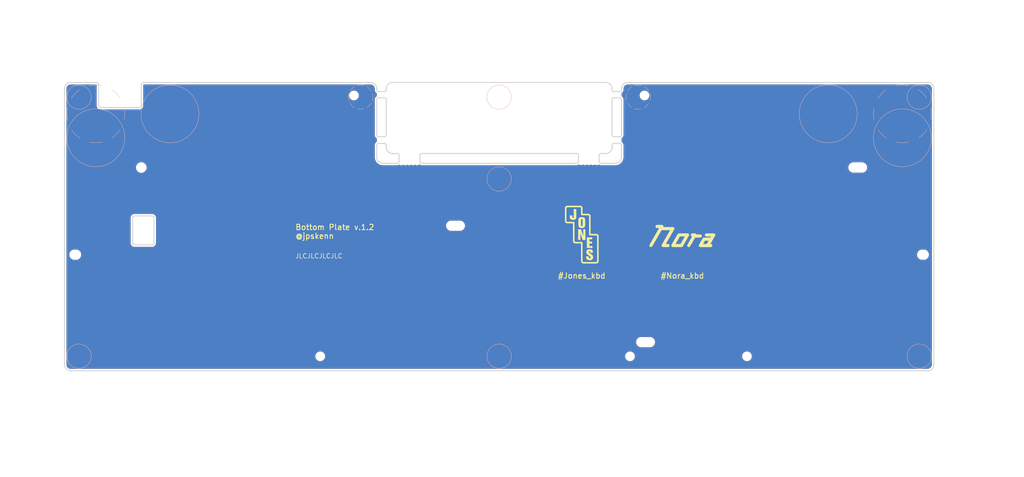
<source format=kicad_pcb>
(kicad_pcb (version 20211014) (generator pcbnew)
  (title_block (title "#Jones_kbs Bottom Plate") (date "2021-08-02") (rev "v.1 (042)") (company "@jpskenn"))
  (layers (0 "F.Cu" signal) (31 "B.Cu" signal) (34 "B.Paste" user) (35 "F.Paste" user) (36 "B.SilkS" user "B.Silkscreen") (37 "F.SilkS" user "F.Silkscreen") (38 "B.Mask" user) (39 "F.Mask" user) (44 "Edge.Cuts" user))
  (net 0 "")
  (footprint "locallib:60_Outline_Nora_with_PICO_" (layer "F.Cu") (at 157.92496 64.3746)
    (fp_text reference "REF**" hide)
    (fp_text value "60_Outline" hide)
    (fp_line (start -40.13 -44.9) (end -40.125 -45.3) (layer "Edge.Cuts") (width 0.3))
    (fp_line (start 39.52 -27.3) (end 37.6 -27.3) (layer "Edge.Cuts") (width 0.3))
    (fp_line (start 25.4 -20.8) (end -25.4 -20.8) (layer "Edge.Cuts") (width 0.3))
    (fp_line (start 39.52 -44.3) (end 37.6 -44.3) (layer "Edge.Cuts") (width 0.3))
    (fp_line (start -37 -30.1) (end -37 -41.7) (layer "Edge.Cuts") (width 0.3))
    (fp_line (start -117.3 -39.7) (end -117.3 -46.7) (layer "Edge.Cuts") (width 0.3))
    (fp_line (start 33.4 -20.8) (end 38.125 -20.8) (layer "Edge.Cuts") (width 0.3))
    (fp_line (start -130.7 -39.1) (end -117.9 -39.1) (layer "Edge.Cuts") (width 0.3))
    (fp_line (start -26 -21.4) (end -26 -23.4) (layer "Edge.Cuts") (width 0.3))
    (fp_line (start 39.52 -42.3) (end 37.6 -42.3) (layer "Edge.Cuts") (width 0.3))
    (fp_line (start -131.3 -39.7) (end -131.3 -46.7) (layer "Edge.Cuts") (width 0.3))
    (fp_line (start -37.6 -42.3) (end -39.53 -42.3) (layer "Edge.Cuts") (width 0.3))
    (fp_line (start -35 -24) (end -33.4 -24) (layer "Edge.Cuts") (width 0.3))
    (fp_line (start 32.8 -21.4) (end 32.8 -23.4) (layer "Edge.Cuts") (width 0.3))
    (fp_line (start -37.005 -26) (end -37 -26.7) (layer "Edge.Cuts") (width 0.3))
    (fp_line (start -113.75 -3.52) (end -119.55 -3.52) (layer "Edge.Cuts") (width 0.3))
    (fp_line (start -142.5 45.3) (end -142.5 11) (layer "Edge.Cuts") (width 0.3))
    (fp_line (start 39.52 -29.5) (end 37.6 -29.5) (layer "Edge.Cuts") (width 0.3))
    (fp_line (start 40.12 -44.9) (end 40.125 -45.3) (layer "Edge.Cuts") (width 0.3))
    (fp_line (start 140.5 47.3) (end -140.5 47.3) (layer "Edge.Cuts") (width 0.3))
    (fp_line (start -37 -44.9) (end -37 -45.3) (layer "Edge.Cuts") (width 0.3))
    (fp_line (start 26 -21.4) (end 26 -23.4) (layer "Edge.Cuts") (width 0.3))
    (fp_line (start -37.6 -29.5) (end -39.53 -29.5) (layer "Edge.Cuts") (width 0.3))
    (fp_line (start -37.6 -44.3) (end -39.53 -44.3) (layer "Edge.Cuts") (width 0.3))
    (fp_line (start 40.125 -22.8) (end 40.12 -26.7) (layer "Edge.Cuts") (width 0.3))
    (fp_line (start -119.55 5.98) (end -113.75 5.98) (layer "Edge.Cuts") (width 0.3))
    (fp_line (start -120.15 5.38) (end -120.15 -2.92) (layer "Edge.Cuts") (width 0.3))
    (fp_line (start -25.4 -24) (end 25.4 -24) (layer "Edge.Cuts") (width 0.3))
    (fp_line (start 37 -30.1) (end 37 -41.7) (layer "Edge.Cuts") (width 0.3))
    (fp_line (start -42.125 -47.3) (end -116.7 -47.3) (layer "Edge.Cuts") (width 0.3))
    (fp_line (start 37 -44.9) (end 37 -45.3) (layer "Edge.Cuts") (width 0.3))
    (fp_line (start 142.5 11) (end 142.5 -45.3) (layer "Edge.Cuts") (width 0.3))
    (fp_line (start -37.6 -27.3) (end -39.53 -27.3) (layer "Edge.Cuts") (width 0.3))
    (fp_line (start 33.4 -24) (end 35 -24) (layer "Edge.Cuts") (width 0.3))
    (fp_line (start 40.12 -30.1) (end 40.12 -41.7) (layer "Edge.Cuts") (width 0.3))
    (fp_line (start -131.9 -47.3) (end -140.5 -47.3) (layer "Edge.Cuts") (width 0.3))
    (fp_line (start -113.15 5.38) (end -113.15 -2.92) (layer "Edge.Cuts") (width 0.3))
    (fp_line (start -40.13 -30.1) (end -40.13 -41.7) (layer "Edge.Cuts") (width 0.3))
    (fp_line (start -40.125 -22.8) (end -40.13 -26.7) (layer "Edge.Cuts") (width 0.3))
    (fp_line (start 142.5 11) (end 142.5 45.3) (layer "Edge.Cuts") (width 0.3))
    (fp_line (start -33.4 -20.8) (end -38.125 -20.8) (layer "Edge.Cuts") (width 0.3))
    (fp_line (start 37 -26) (end 37 -26.7) (layer "Edge.Cuts") (width 0.3))
    (fp_line (start 140.5 -47.3) (end 42.125 -47.3) (layer "Edge.Cuts") (width 0.3))
    (fp_line (start -32.8 -21.4) (end -32.8 -23.4) (layer "Edge.Cuts") (width 0.3))
    (fp_line (start -142.5 11) (end -142.5 -45.3) (layer "Edge.Cuts") (width 0.3))
    (fp_line (start 35 -47.3) (end -35 -47.3) (layer "Edge.Cuts") (width 0.3))
    (fp_arc (start -37 -44.9) (mid -37.175736 -44.475736) (end -37.6 -44.3) (layer "Edge.Cuts") (width 0.3))
    (fp_arc (start -130.7 -39.1) (mid -131.124264 -39.275736) (end -131.3 -39.7) (layer "Edge.Cuts") (width 0.3))
    (fp_arc (start 40.125 -22.8) (mid 39.539214 -21.385786) (end 38.125 -20.8) (layer "Edge.Cuts") (width 0.3))
    (fp_arc (start -37.6 -27.3) (mid -37.175736 -27.124264) (end -37 -26.7) (layer "Edge.Cuts") (width 0.3))
    (fp_arc (start -140.5 47.3) (mid -141.914214 46.714214) (end -142.5 45.3) (layer "Edge.Cuts") (width 0.3))
    (fp_arc (start -32.8 -21.4) (mid -32.975736 -20.975736) (end -33.4 -20.8) (layer "Edge.Cuts") (width 0.3))
    (fp_arc (start 40.12 -30.1) (mid 39.944264 -29.675736) (end 39.52 -29.5) (layer "Edge.Cuts") (width 0.3))
    (fp_arc (start 37 -26) (mid 36.414214 -24.585786) (end 35 -24) (layer "Edge.Cuts") (width 0.3))
    (fp_arc (start 26 -21.4) (mid 25.824264 -20.975736) (end 25.4 -20.8) (layer "Edge.Cuts") (width 0.3))
    (fp_arc (start 35 -47.3) (mid 36.414214 -46.714214) (end 37 -45.3) (layer "Edge.Cuts") (width 0.3))
    (fp_arc (start -26 -23.4) (mid -25.824264 -23.824264) (end -25.4 -24) (layer "Edge.Cuts") (width 0.3))
    (fp_arc (start 33.4 -20.8) (mid 32.975736 -20.975736) (end 32.8 -21.4) (layer "Edge.Cuts") (width 0.3))
    (fp_arc (start -119.55 5.98) (mid -119.974264 5.804264) (end -120.15 5.38) (layer "Edge.Cuts") (width 0.3))
    (fp_arc (start -35 -24) (mid -36.414214 -24.585786) (end -37 -26) (layer "Edge.Cuts") (width 0.3))
    (fp_arc (start -113.15 5.38) (mid -113.325736 5.804264) (end -113.75 5.98) (layer "Edge.Cuts") (width 0.3))
    (fp_arc (start -117.3 -46.7) (mid -117.124264 -47.124264) (end -116.7 -47.3) (layer "Edge.Cuts") (width 0.3))
    (fp_arc (start 39.52 -27.3) (mid 39.944264 -27.124264) (end 40.12 -26.7) (layer "Edge.Cuts") (width 0.3))
    (fp_arc (start -37 -30.1) (mid -37.175736 -29.675736) (end -37.6 -29.5) (layer "Edge.Cuts") (width 0.3))
    (fp_arc (start -131.9 -47.3) (mid -131.475736 -47.124264) (end -131.3 -46.7) (layer "Edge.Cuts") (width 0.3))
    (fp_arc (start -37 -45.3) (mid -36.414214 -46.714214) (end -35 -47.3) (layer "Edge.Cuts") (width 0.3))
    (fp_arc (start 39.52 -42.3) (mid 39.944264 -42.124264) (end 40.12 -41.7) (layer "Edge.Cuts") (width 0.3))
    (fp_arc (start 142.5 45.3) (mid 141.914214 46.714214) (end 140.5 47.3) (layer "Edge.Cuts") (width 0.3))
    (fp_arc (start 25.4 -24) (mid 25.824264 -23.824264) (end 26 -23.4) (layer "Edge.Cuts") (width 0.3))
    (fp_arc (start 37.6 -44.3) (mid 37.175736 -44.475736) (end 37 -44.9) (layer "Edge.Cuts") (width 0.3))
    (fp_arc (start 40.125 -45.3) (mid 40.710786 -46.714214) (end 42.125 -47.3) (layer "Edge.Cuts") (width 0.3))
    (fp_arc (start -113.75 -3.52) (mid -113.325736 -3.344264) (end -113.15 -2.92) (layer "Edge.Cuts") (width 0.3))
    (fp_arc (start 37 -26.7) (mid 37.175736 -27.124264) (end 37.6 -27.3) (layer "Edge.Cuts") (width 0.3))
    (fp_arc (start -39.53 -44.3) (mid -39.954264 -44.475736) (end -40.13 -44.9) (layer "Edge.Cuts") (width 0.3))
    (fp_arc (start -42.125 -47.3) (mid -40.710786 -46.714214) (end -40.125 -45.3) (layer "Edge.Cuts") (width 0.3))
    (fp_arc (start 37.6 -29.5) (mid 37.175736 -29.675736) (end 37 -30.1) (layer "Edge.Cuts") (width 0.3))
    (fp_arc (start 32.8 -23.4) (mid 32.975736 -23.824264) (end 33.4 -24) (layer "Edge.Cuts") (width 0.3))
    (fp_arc (start -33.4 -24) (mid -32.975736 -23.824264) (end -32.8 -23.4) (layer "Edge.Cuts") (width 0.3))
    (fp_arc (start -40.13 -41.7) (mid -39.954264 -42.124264) (end -39.53 -42.3) (layer "Edge.Cuts") (width 0.3))
    (fp_arc (start -142.5 -45.3) (mid -141.914214 -46.714214) (end -140.5 -47.3) (layer "Edge.Cuts") (width 0.3))
    (fp_arc (start -120.15 -2.92) (mid -119.974264 -3.344264) (end -119.55 -3.52) (layer "Edge.Cuts") (width 0.3))
    (fp_arc (start 140.5 -47.3) (mid 141.914214 -46.714214) (end 142.5 -45.3) (layer "Edge.Cuts") (width 0.3))
    (fp_arc (start -40.13 -26.7) (mid -39.954264 -27.124264) (end -39.53 -27.3) (layer "Edge.Cuts") (width 0.3))
    (fp_arc (start -38.125 -20.8) (mid -39.539214 -21.385786) (end -40.125 -22.8) (layer "Edge.Cuts") (width 0.3))
    (fp_arc (start 40.12 -44.9) (mid 39.944264 -44.475736) (end 39.52 -44.3) (layer "Edge.Cuts") (width 0.3))
    (fp_arc (start -39.53 -29.5) (mid -39.954264 -29.675736) (end -40.13 -30.1) (layer "Edge.Cuts") (width 0.3))
    (fp_arc (start -117.3 -39.7) (mid -117.475736 -39.275736) (end -117.9 -39.1) (layer "Edge.Cuts") (width 0.3))
    (fp_arc (start -37.6 -42.3) (mid -37.175736 -42.124264) (end -37 -41.7) (layer "Edge.Cuts") (width 0.3))
    (fp_arc (start -25.4 -20.8) (mid -25.824264 -20.975736) (end -26 -21.4) (layer "Edge.Cuts") (width 0.3))
    (fp_arc (start 37 -41.7) (mid 37.175736 -42.124264) (end 37.6 -42.3) (layer "Edge.Cuts") (width 0.3))
    (pad "" np_thru_hole circle locked (at -117.3 -19.4) (size 2.4994 2.4994) (drill 2.4994) (layers *.Cu *.Mask))
    (pad "" np_thru_hole circle locked (at -28.186 -21.004) (size 0.7874 0.7874) (drill 0.7874) (layers *.Cu *.Mask))
    (pad "" np_thru_hole circle locked (at -29.456 -21.004) (size 0.7874 0.7874) (drill 0.7874) (layers *.Cu *.Mask))
    (pad "" np_thru_hole circle locked (at 31.99 -21.054) (size 0.7874 0.7874) (drill 0.7874) (layers *.Cu *.Mask))
    (pad "" np_thru_hole circle locked (at -31.996 -21.004) (size 0.7874 0.7874) (drill 0.7874) (layers *.Cu *.Mask))
    (pad "" np_thru_hole oval locked (at 48 37.9) (size 5.2 2.4) (drill oval 5.2 2.4) (layers *.Cu *.Mask))
    (pad "" np_thru_hole oval locked (at 117.55 -19.4) (size 5.2 2.4) (drill oval 5.2 2.4) (layers *.Cu *.Mask))
    (pad "" np_thru_hole oval locked (at -138.95 9.2) (size 2.9 2.4) (drill oval 2.9 2.4) (layers *.Cu *.Mask))
    (pad "" np_thru_hole oval locked (at -14.3 -0.3) (size 5.2 2.4) (drill oval 5.2 2.4) (layers *.Cu *.Mask))
    (pad "" np_thru_hole oval locked (at 138.95 9.2 180) (size 2.9 2.4) (drill oval 2.9 2.4) (layers *.Cu *.Mask))
    (pad "" np_thru_hole circle locked (at 29.45 -21.054) (size 0.7874 0.7874) (drill 0.7874) (layers *.Cu *.Mask))
    (pad "" np_thru_hole circle locked (at -26.916 -21.004) (size 0.7874 0.7874) (drill 0.7874) (layers *.Cu *.Mask))
    (pad "" np_thru_hole circle locked (at 26.91 -21.054) (size 0.7874 0.7874) (drill 0.7874) (layers *.Cu *.Mask))
    (pad "" np_thru_hole circle locked (at 30.72 -21.054) (size 0.7874 0.7874) (drill 0.7874) (layers *.Cu *.Mask))
    (pad "" np_thru_hole circle locked (at 28.18 -21.054) (size 0.7874 0.7874) (drill 0.7874) (layers *.Cu *.Mask))
    (pad "" np_thru_hole circle locked (at -30.726 -21.004) (size 0.7874 0.7874) (drill 0.7874) (layers *.Cu *.Mask))
  )
  (footprint "MountingHole:MountingHole_2.2mm_M2" (layer "F.Cu") (at 110.325 21.325)
    (fp_text reference "H1" hide)
    (fp_text value "MountingHole")
    (pad "" np_thru_hole circle locked (at 0 0) (size 2.2 2.2) (drill 2.2) (layers *.Cu *.Mask))
  )
  (footprint "MountingHole:MountingHole_2.2mm_M2" (layer "F.Cu") (at 205.575 21.325)
    (fp_text reference "H2" hide)
    (fp_text value "MountingHole")
    (pad "" np_thru_hole circle locked (at 0 0) (size 2.2 2.2) (drill 2.2) (layers *.Cu *.Mask))
  )
  (footprint "MountingHole:MountingHole_2.2mm_M2" (layer "F.Cu") (at 99.275 106.925)
    (fp_text reference "H3" hide)
    (fp_text value "MountingHole")
    (pad "" np_thru_hole circle locked (at 0 0) (size 2.2 2.2) (drill 2.2) (layers *.Cu *.Mask))
  )
  (footprint "MountingHole:MountingHole_2.2mm_M2" (layer "F.Cu") (at 200.825 106.925)
    (fp_text reference "H4" hide)
    (fp_text value "MountingHole")
    (pad "" np_thru_hole circle locked (at 0 0) (size 2.2 2.2) (drill 2.2) (layers *.Cu *.Mask))
  )
  (footprint "MountingHole:MountingHole_2.2mm_M2" (layer "F.Cu") (at 239.175 106.925)
    (fp_text reference "H5" hide)
    (fp_text value "MountingHole")
    (pad "" np_thru_hole circle locked (at 0 0) (size 2.2 2.2) (drill 2.2) (layers *.Cu *.Mask))
  )
  (footprint "locallib:Nora_logo_21.8*7.7" (layer "F.Cu") (at 218 67.5)
    (fp_text reference "G***" hide)
    (fp_text value "LOGO" hide)
    (fp_text user "#Nora_kbd" (at 0 13) (layer "F.SilkS") (effects (font (size 1.8 1.8) (thickness 0.3))))
  )
  (footprint "locallib:Jones_logo_11.4x19.3" (layer "F.Cu") (at 185 67)
    (fp_text reference "G***" hide)
    (fp_text value "LOGO" hide)
    (fp_text user "#Jones_kbd" (at 0 13.5) (layer "F.SilkS") (effects (font (size 1.8 1.8) (thickness 0.3))))
  )
  (gr_circle (center 157.925 21.875) (end 161.925 21.875) (layer "B.SilkS") (width 0.12) (fill none))
  (gr_circle (center 295.65 21.875) (end 299.65 21.875) (layer "B.SilkS") (width 0.12) (fill none))
  (gr_circle (center 50.025 27.35) (end 59.525 27.35) (layer "B.SilkS") (width 0.12) (fill none))
  (gr_arc (start 284.937069 35.324042) (mid 283.445846 34.124132) (end 282.225001 32.649999) (layer "B.SilkS") (width 0.12))
  (gr_arc (start 299.424999 25.449999) (mid 299.617101 27.349999) (end 299.424999 29.249999) (layer "B.SilkS") (width 0.12))
  (gr_arc (start 280.870921 29.462345) (mid 280.633521 27.458627) (end 280.825001 25.450001) (layer "B.SilkS") (width 0.12))
  (gr_arc (start 298.146744 32.463862) (mid 296.929987 33.997715) (end 295.424999 35.249999) (layer "B.SilkS") (width 0.12))
  (gr_arc (start 292.19456 36.613741) (mid 290.211697 36.841705) (end 288.225001 36.649999) (layer "B.SilkS") (width 0.12))
  (gr_arc (start 282.086579 22.262391) (mid 283.309155 20.713417) (end 284.825001 19.450001) (layer "B.SilkS") (width 0.12))
  (gr_arc (start 295.35543 19.40377) (mid 296.822214 20.593722) (end 298.024999 22.050001) (layer "B.SilkS") (width 0.12))
  (gr_arc (start 288.008088 18.075914) (mid 290.065125 17.837566) (end 292.124999 18.050001) (layer "B.SilkS") (width 0.12))
  (gr_circle (center 25.7 35.2) (end 35.2 35.2) (layer "B.SilkS") (width 0.12) (fill none))
  (gr_circle (center 290.125 35.225) (end 299.625 35.225) (layer "B.SilkS") (width 0.12) (fill none))
  (gr_arc (start 16.445921 29.462345) (mid 16.208521 27.458627) (end 16.400001 25.450001) (layer "B.SilkS") (width 0.12))
  (gr_circle (center 20.2 106.9) (end 24.2 106.9) (layer "B.SilkS") (width 0.12) (fill none))
  (gr_arc (start 23.583088 18.075914) (mid 25.640125 17.837566) (end 27.699999 18.050001) (layer "B.SilkS") (width 0.12))
  (gr_arc (start 207.344483 20.71) (mid 207.5 21.81) (end 207.344483 22.91) (layer "B.SilkS") (width 0.12))
  (gr_arc (start 30.93043 19.40377) (mid 32.397214 20.593722) (end 33.599999 22.050001) (layer "B.SilkS") (width 0.12))
  (gr_arc (start 114.65 18.5) (mid 115.432749 19.124682) (end 116 19.95) (layer "B.SilkS") (width 0.12))
  (gr_arc (start 17.661579 22.262391) (mid 18.884155 20.713417) (end 20.400001 19.450001) (layer "B.SilkS") (width 0.12))
  (gr_arc (start 204.5 25.71) (mid 203.4 25.849745) (end 202.3 25.71) (layer "B.SilkS") (width 0.12))
  (gr_arc (start 111.5 18) (mid 112.595982 17.860257) (end 113.7 18) (layer "B.SilkS") (width 0.12))
  (gr_arc (start 33.721744 32.463862) (mid 32.504987 33.997715) (end 30.999999 35.249999) (layer "B.SilkS") (width 0.12))
  (gr_arc (start 205.55 18.41) (mid 206.37639 19.06199) (end 207 19.91) (layer "B.SilkS") (width 0.12))
  (gr_arc (start 206.9 23.91) (mid 206.281172 24.69356) (end 205.495732 25.31) (layer "B.SilkS") (width 0.12))
  (gr_arc (start 116.35 20.75) (mid 116.505747 21.85) (end 116.35 22.95) (layer "B.SilkS") (width 0.12))
  (gr_circle (center 20.2 21.875) (end 24.2 21.875) (layer "B.SilkS") (width 0.12) (fill none))
  (gr_arc (start 20.512069 35.324042) (mid 19.020846 34.124132) (end 17.800001 32.649999) (layer "B.SilkS") (width 0.12))
  (gr_arc (start 113.65 25.694483) (mid 112.55 25.85) (end 111.45 25.694483) (layer "B.SilkS") (width 0.12))
  (gr_arc (start 110.45 25.3) (mid 109.62361 24.64801) (end 109 23.8) (layer "B.SilkS") (width 0.12))
  (gr_arc (start 108.655517 23) (mid 108.5 21.9) (end 108.655517 20.8) (layer "B.SilkS") (width 0.12))
  (gr_arc (start 27.76956 36.613741) (mid 25.786697 36.841705) (end 23.800001 36.649999) (layer "B.SilkS") (width 0.12))
  (gr_arc (start 116 23.8) (mid 115.400224 24.632023) (end 114.6 25.27361) (layer "B.SilkS") (width 0.12))
  (gr_arc (start 201.35 25.21) (mid 200.567251 24.585318) (end 200 23.76) (layer "B.SilkS") (width 0.12))
  (gr_arc (start 199.65 22.96) (mid 199.494253 21.86) (end 199.65 20.76) (layer "B.SilkS") (width 0.12))
  (gr_arc (start 34.999999 25.449999) (mid 35.192101 27.349999) (end 34.999999 29.249999) (layer "B.SilkS") (width 0.12))
  (gr_circle (center 157.925 106.9) (end 161.925 106.9) (layer "B.SilkS") (width 0.12) (fill none))
  (gr_arc (start 109.1 19.8) (mid 109.718828 19.01644) (end 110.504268 18.4) (layer "B.SilkS") (width 0.12))
  (gr_circle (center 295.65 106.9) (end 299.65 106.9) (layer "B.SilkS") (width 0.12) (fill none))
  (gr_arc (start 202.35 18.015517) (mid 203.45 17.86) (end 204.55 18.015517) (layer "B.SilkS") (width 0.12))
  (gr_circle (center 157.925 48.75) (end 161.925 48.75) (layer "B.SilkS") (width 0.12) (fill none))
  (gr_circle (center 265.8 27.35) (end 275.3 27.35) (layer "B.SilkS") (width 0.12) (fill none))
  (gr_arc (start 200 19.91) (mid 200.599776 19.077977) (end 201.4 18.43639) (layer "B.SilkS") (width 0.12))
  (gr_text "Bottom Plate v.1.2\n@jpskenn" (at 91 66) (layer "F.SilkS") (effects (font (size 1.8 1.8) (thickness 0.3)) (justify left)))
  (gr_text "JLCJLCJLCJLC" (at 91 74) (layer "F.SilkS") (effects (font (size 1.5 1.5) (thickness 0.2)) (justify left)))
  (zone (net 0) (net_name "") (layers F&B.Cu) (connect_pads (clearance 0)) (min_thickness 0.254)
    (keepout (tracks not_allowed) (vias not_allowed) (pads allowed) (copperpour not_allowed) (footprints allowed))
    (fill (thermal_gap 0.508) (thermal_bridge_width 0.508))
    (polygon (pts (xy 198.1 41.7) (xy 196.2 43.6) (xy 119.7 43.6) (xy 117.8 41.7) (xy 117.8 16.9) (xy 198.1 16.9)))
  )
  (zone (net 0) (net_name "") (layer "F.Cu") (connect_pads (clearance 0.508)) (min_thickness 0.254) (fill yes (thermal_gap 0.508) (thermal_bridge_width 0.508))
    (polygon (pts (xy 325 135) (xy 0 135) (xy 0 -5) (xy 325 -5)))
  )
  (zone (net 0) (net_name "") (layer "B.Cu") (connect_pads (clearance 0.508)) (min_thickness 0.254) (fill yes (thermal_gap 0.508) (thermal_bridge_width 0.508))
    (polygon (pts (xy 330 140) (xy -5.7 140) (xy -5 -10) (xy 330 -10)))
  )
)
</source>
